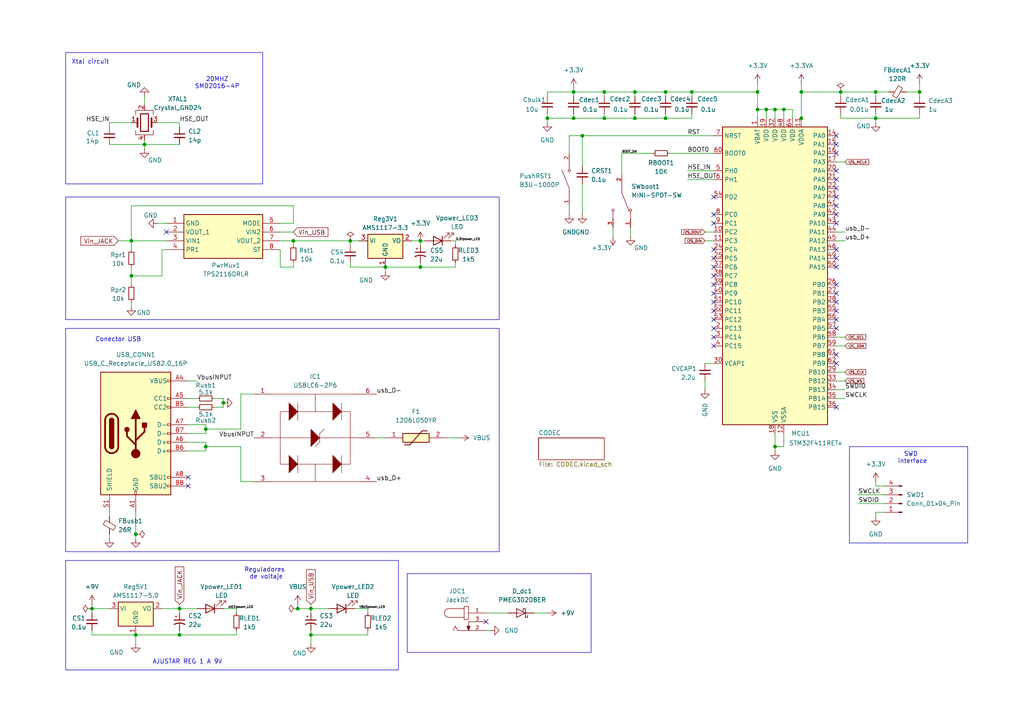
<source format=kicad_sch>
(kicad_sch (version 20231120) (generator "eeschema") (generator_version "8.0")
  (paper "A4")
  (junction (at 39.37 184.15))
  (junction (at 52.07 184.15))
  (junction (at 166.37 34.29))
  (junction (at 243.84 26.67))
  (junction (at 254 26.67))
  (junction (at 219.71 26.67))
  (junction (at 175.26 34.29))
  (junction (at 158.75 34.29))
  (junction (at 59.69 129.54))
  (junction (at 219.71 31.75))
  (junction (at 26.67 176.53))
  (junction (at 193.04 34.29))
  (junction (at 101.6 69.85))
  (junction (at 224.79 31.75))
  (junction (at 227.33 31.75))
  (junction (at 266.7 26.67))
  (junction (at 254 34.29))
  (junction (at 86.36 176.53))
  (junction (at 38.1 80.01))
  (junction (at 38.1 69.85))
  (junction (at 184.15 26.67))
  (junction (at 232.41 26.67))
  (junction (at 232.41 34.29))
  (junction (at 64.77 116.84))
  (junction (at 52.07 176.53))
  (junction (at 175.26 26.67))
  (junction (at 41.91 41.91))
  (junction (at 90.17 184.15))
  (junction (at 85.09 69.85))
  (junction (at 121.92 77.47))
  (junction (at 184.15 34.29))
  (junction (at 168.91 39.37))
  (junction (at 224.79 129.54))
  (junction (at 200.66 26.67))
  (junction (at 90.17 176.53))
  (junction (at 193.04 26.67))
  (junction (at 222.25 31.75))
  (junction (at 121.92 69.85))
  (junction (at 39.37 154.94))
  (junction (at 59.69 124.46))
  (junction (at 166.37 26.67))
  (junction (at 111.76 77.47))
  (no_connect (at 242.57 52.07))
  (no_connect (at 207.01 62.23))
  (no_connect (at 48.26 67.31))
  (no_connect (at 242.57 82.55))
  (no_connect (at 242.57 62.23))
  (no_connect (at 54.61 138.43))
  (no_connect (at 207.01 74.93))
  (no_connect (at 242.57 87.63))
  (no_connect (at 242.57 44.45))
  (no_connect (at 242.57 85.09))
  (no_connect (at 207.01 92.71))
  (no_connect (at 242.57 74.93))
  (no_connect (at 207.01 100.33))
  (no_connect (at 242.57 64.77))
  (no_connect (at 207.01 82.55))
  (no_connect (at 242.57 105.41))
  (no_connect (at 207.01 90.17))
  (no_connect (at 207.01 77.47))
  (no_connect (at 242.57 57.15))
  (no_connect (at 242.57 118.11))
  (no_connect (at 242.57 59.69))
  (no_connect (at 242.57 95.25))
  (no_connect (at 242.57 39.37))
  (no_connect (at 207.01 97.79))
  (no_connect (at 242.57 102.87))
  (no_connect (at 140.97 180.34))
  (no_connect (at 242.57 41.91))
  (no_connect (at 242.57 90.17))
  (no_connect (at 207.01 57.15))
  (no_connect (at 242.57 49.53))
  (no_connect (at 207.01 95.25))
  (no_connect (at 207.01 64.77))
  (no_connect (at 54.61 140.97))
  (no_connect (at 207.01 85.09))
  (no_connect (at 242.57 72.39))
  (no_connect (at 207.01 72.39))
  (no_connect (at 207.01 80.01))
  (no_connect (at 242.57 92.71))
  (no_connect (at 242.57 77.47))
  (no_connect (at 207.01 87.63))
  (no_connect (at 242.57 54.61))
  (wire (pts (xy 242.57 97.79) (xy 245.11 97.79)))
  (wire (pts (xy 26.67 176.53) (xy 31.75 176.53)))
  (wire (pts (xy 121.92 77.47) (xy 132.08 77.47)))
  (wire (pts (xy 200.66 26.67) (xy 200.66 27.94)))
  (wire (pts (xy 31.75 154.94) (xy 31.75 156.21)))
  (wire (pts (xy 69.85 139.7) (xy 73.66 139.7)))
  (wire (pts (xy 38.1 35.56) (xy 31.75 35.56)))
  (wire (pts (xy 41.91 40.64) (xy 41.91 41.91)))
  (wire (pts (xy 180.34 44.45) (xy 189.23 44.45)))
  (wire (pts (xy 39.37 186.69) (xy 39.37 184.15)))
  (wire (pts (xy 242.57 67.31) (xy 245.11 67.31)))
  (wire (pts (xy 39.37 148.59) (xy 39.37 154.94)))
  (wire (pts (xy 130.81 69.85) (xy 132.08 69.85)))
  (wire (pts (xy 204.47 67.31) (xy 207.01 67.31)))
  (wire (pts (xy 38.1 88.9) (xy 38.1 87.63)))
  (wire (pts (xy 254 26.67) (xy 254 27.94)))
  (wire (pts (xy 101.6 77.47) (xy 111.76 77.47)))
  (wire (pts (xy 140.97 177.8) (xy 147.32 177.8)))
  (wire (pts (xy 69.85 139.7) (xy 69.85 129.54)))
  (wire (pts (xy 85.09 69.85) (xy 81.28 69.85)))
  (wire (pts (xy 38.1 82.55) (xy 38.1 80.01)))
  (wire (pts (xy 48.26 72.39) (xy 46.99 72.39)))
  (wire (pts (xy 64.77 118.11) (xy 64.77 116.84)))
  (wire (pts (xy 256.54 140.97) (xy 254 140.97)))
  (wire (pts (xy 222.25 31.75) (xy 222.25 34.29)))
  (wire (pts (xy 243.84 34.29) (xy 243.84 33.02)))
  (wire (pts (xy 31.75 35.56) (xy 31.75 36.83)))
  (wire (pts (xy 41.91 41.91) (xy 52.07 41.91)))
  (wire (pts (xy 81.28 67.31) (xy 85.09 67.31)))
  (wire (pts (xy 104.14 69.85) (xy 101.6 69.85)))
  (wire (pts (xy 154.94 177.8) (xy 158.75 177.8)))
  (wire (pts (xy 54.61 115.57) (xy 57.15 115.57)))
  (wire (pts (xy 242.57 46.99) (xy 245.11 46.99)))
  (wire (pts (xy 59.69 124.46) (xy 69.85 124.46)))
  (wire (pts (xy 52.07 35.56) (xy 52.07 36.83)))
  (wire (pts (xy 106.68 184.15) (xy 90.17 184.15)))
  (wire (pts (xy 232.41 26.67) (xy 243.84 26.67)))
  (wire (pts (xy 158.75 26.67) (xy 158.75 27.94)))
  (wire (pts (xy 227.33 31.75) (xy 227.33 34.29)))
  (wire (pts (xy 41.91 41.91) (xy 41.91 43.18)))
  (wire (pts (xy 254 148.59) (xy 256.54 148.59)))
  (wire (pts (xy 204.47 105.41) (xy 207.01 105.41)))
  (wire (pts (xy 194.31 44.45) (xy 207.01 44.45)))
  (wire (pts (xy 101.6 76.2) (xy 101.6 77.47)))
  (wire (pts (xy 245.11 100.33) (xy 242.57 100.33)))
  (wire (pts (xy 59.69 129.54) (xy 59.69 130.81)))
  (wire (pts (xy 90.17 175.26) (xy 90.17 176.53)))
  (wire (pts (xy 54.61 130.81) (xy 59.69 130.81)))
  (wire (pts (xy 26.67 176.53) (xy 26.67 177.8)))
  (wire (pts (xy 85.09 71.12) (xy 85.09 69.85)))
  (wire (pts (xy 46.99 80.01) (xy 38.1 80.01)))
  (wire (pts (xy 111.76 78.74) (xy 111.76 77.47)))
  (wire (pts (xy 62.23 115.57) (xy 64.77 115.57)))
  (wire (pts (xy 204.47 69.85) (xy 207.01 69.85)))
  (wire (pts (xy 166.37 33.02) (xy 166.37 34.29)))
  (wire (pts (xy 219.71 31.75) (xy 219.71 34.29)))
  (wire (pts (xy 68.58 176.53) (xy 68.58 177.8)))
  (wire (pts (xy 39.37 154.94) (xy 39.37 156.21)))
  (wire (pts (xy 166.37 34.29) (xy 175.26 34.29)))
  (wire (pts (xy 81.28 77.47) (xy 85.09 77.47)))
  (wire (pts (xy 229.87 31.75) (xy 229.87 34.29)))
  (wire (pts (xy 52.07 176.53) (xy 52.07 177.8)))
  (wire (pts (xy 158.75 34.29) (xy 166.37 34.29)))
  (wire (pts (xy 59.69 123.19) (xy 54.61 123.19)))
  (wire (pts (xy 242.57 110.49) (xy 245.11 110.49)))
  (wire (pts (xy 222.25 31.75) (xy 224.79 31.75)))
  (wire (pts (xy 184.15 26.67) (xy 193.04 26.67)))
  (wire (pts (xy 254 35.56) (xy 254 34.29)))
  (wire (pts (xy 254 26.67) (xy 257.81 26.67)))
  (wire (pts (xy 232.41 35.56) (xy 232.41 34.29)))
  (wire (pts (xy 121.92 69.85) (xy 121.92 71.12)))
  (wire (pts (xy 184.15 33.02) (xy 184.15 34.29)))
  (wire (pts (xy 262.89 26.67) (xy 266.7 26.67)))
  (wire (pts (xy 81.28 72.39) (xy 81.28 77.47)))
  (wire (pts (xy 54.61 110.49) (xy 57.15 110.49)))
  (wire (pts (xy 121.92 77.47) (xy 111.76 77.47)))
  (wire (pts (xy 59.69 124.46) (xy 59.69 125.73)))
  (wire (pts (xy 175.26 26.67) (xy 175.26 27.94)))
  (wire (pts (xy 254 33.02) (xy 254 34.29)))
  (wire (pts (xy 119.38 69.85) (xy 121.92 69.85)))
  (wire (pts (xy 140.97 182.88) (xy 142.24 182.88)))
  (wire (pts (xy 106.68 182.88) (xy 106.68 184.15)))
  (wire (pts (xy 69.85 124.46) (xy 69.85 114.3)))
  (wire (pts (xy 254 140.97) (xy 254 139.7)))
  (wire (pts (xy 180.34 44.45) (xy 180.34 50.8)))
  (wire (pts (xy 242.57 107.95) (xy 245.11 107.95)))
  (wire (pts (xy 69.85 114.3) (xy 73.66 114.3)))
  (wire (pts (xy 109.22 127) (xy 111.76 127)))
  (wire (pts (xy 165.1 59.69) (xy 165.1 62.23)))
  (wire (pts (xy 158.75 26.67) (xy 166.37 26.67)))
  (wire (pts (xy 166.37 25.4) (xy 166.37 26.67)))
  (wire (pts (xy 90.17 186.69) (xy 90.17 184.15)))
  (wire (pts (xy 199.39 49.53) (xy 207.01 49.53)))
  (wire (pts (xy 52.07 176.53) (xy 57.15 176.53)))
  (wire (pts (xy 266.7 33.02) (xy 266.7 34.29)))
  (wire (pts (xy 39.37 184.15) (xy 52.07 184.15)))
  (wire (pts (xy 85.09 77.47) (xy 85.09 76.2)))
  (wire (pts (xy 106.68 176.53) (xy 106.68 177.8)))
  (wire (pts (xy 158.75 34.29) (xy 158.75 35.56)))
  (wire (pts (xy 168.91 39.37) (xy 207.01 39.37)))
  (wire (pts (xy 38.1 69.85) (xy 48.26 69.85)))
  (wire (pts (xy 90.17 176.53) (xy 95.25 176.53)))
  (wire (pts (xy 193.04 26.67) (xy 200.66 26.67)))
  (wire (pts (xy 26.67 175.26) (xy 26.67 176.53)))
  (wire (pts (xy 200.66 26.67) (xy 219.71 26.67)))
  (wire (pts (xy 193.04 34.29) (xy 200.66 34.29)))
  (wire (pts (xy 46.99 176.53) (xy 52.07 176.53)))
  (wire (pts (xy 38.1 69.85) (xy 38.1 72.39)))
  (wire (pts (xy 242.57 115.57) (xy 245.11 115.57)))
  (wire (pts (xy 158.75 33.02) (xy 158.75 34.29)))
  (wire (pts (xy 59.69 128.27) (xy 59.69 129.54)))
  (wire (pts (xy 227.33 31.75) (xy 229.87 31.75)))
  (wire (pts (xy 38.1 69.85) (xy 38.1 59.69)))
  (wire (pts (xy 165.1 39.37) (xy 168.91 39.37)))
  (wire (pts (xy 166.37 26.67) (xy 175.26 26.67)))
  (wire (pts (xy 175.26 26.67) (xy 184.15 26.67)))
  (wire (pts (xy 165.1 44.45) (xy 165.1 39.37)))
  (wire (pts (xy 31.75 41.91) (xy 41.91 41.91)))
  (wire (pts (xy 200.66 33.02) (xy 200.66 34.29)))
  (wire (pts (xy 248.92 146.05) (xy 256.54 146.05)))
  (wire (pts (xy 243.84 26.67) (xy 243.84 27.94)))
  (wire (pts (xy 227.33 129.54) (xy 224.79 129.54)))
  (wire (pts (xy 26.67 184.15) (xy 39.37 184.15)))
  (wire (pts (xy 121.92 69.85) (xy 123.19 69.85)))
  (wire (pts (xy 242.57 69.85) (xy 245.11 69.85)))
  (wire (pts (xy 86.36 176.53) (xy 90.17 176.53)))
  (wire (pts (xy 68.58 184.15) (xy 52.07 184.15)))
  (wire (pts (xy 184.15 34.29) (xy 193.04 34.29)))
  (wire (pts (xy 224.79 31.75) (xy 224.79 34.29)))
  (wire (pts (xy 52.07 175.26) (xy 52.07 176.53)))
  (wire (pts (xy 52.07 182.88) (xy 52.07 184.15)))
  (wire (pts (xy 31.75 148.59) (xy 31.75 149.86)))
  (wire (pts (xy 46.99 72.39) (xy 46.99 80.01)))
  (wire (pts (xy 224.79 130.81) (xy 224.79 129.54)))
  (wire (pts (xy 64.77 176.53) (xy 68.58 176.53)))
  (wire (pts (xy 242.57 113.03) (xy 245.11 113.03)))
  (wire (pts (xy 227.33 125.73) (xy 227.33 129.54)))
  (wire (pts (xy 85.09 69.85) (xy 101.6 69.85)))
  (wire (pts (xy 59.69 123.19) (xy 59.69 124.46)))
  (wire (pts (xy 248.92 143.51) (xy 256.54 143.51)))
  (wire (pts (xy 166.37 26.67) (xy 166.37 27.94)))
  (wire (pts (xy 182.88 66.04) (xy 182.88 68.58)))
  (wire (pts (xy 132.08 69.85) (xy 132.08 71.12)))
  (wire (pts (xy 68.58 182.88) (xy 68.58 184.15)))
  (wire (pts (xy 254 34.29) (xy 266.7 34.29)))
  (wire (pts (xy 34.29 69.85) (xy 38.1 69.85)))
  (wire (pts (xy 38.1 77.47) (xy 38.1 80.01)))
  (wire (pts (xy 45.72 35.56) (xy 52.07 35.56)))
  (wire (pts (xy 193.04 33.02) (xy 193.04 34.29)))
  (wire (pts (xy 129.54 127) (xy 133.35 127)))
  (wire (pts (xy 132.08 76.2) (xy 132.08 77.47)))
  (wire (pts (xy 254 149.86) (xy 254 148.59)))
  (wire (pts (xy 232.41 34.29) (xy 232.41 26.67)))
  (wire (pts (xy 168.91 53.34) (xy 168.91 62.23)))
  (wire (pts (xy 54.61 118.11) (xy 57.15 118.11)))
  (wire (pts (xy 204.47 113.03) (xy 204.47 110.49)))
  (wire (pts (xy 254 34.29) (xy 243.84 34.29)))
  (wire (pts (xy 219.71 31.75) (xy 222.25 31.75)))
  (wire (pts (xy 64.77 115.57) (xy 64.77 116.84)))
  (wire (pts (xy 199.39 52.07) (xy 207.01 52.07)))
  (wire (pts (xy 266.7 24.13) (xy 266.7 26.67)))
  (wire (pts (xy 243.84 26.67) (xy 254 26.67)))
  (wire (pts (xy 90.17 182.88) (xy 90.17 184.15)))
  (wire (pts (xy 26.67 182.88) (xy 26.67 184.15)))
  (wire (pts (xy 121.92 76.2) (xy 121.92 77.47)))
  (wire (pts (xy 193.04 26.67) (xy 193.04 27.94)))
  (wire (pts (xy 177.8 66.04) (xy 177.8 68.58)))
  (wire (pts (xy 101.6 69.85) (xy 101.6 71.12)))
  (wire (pts (xy 38.1 59.69) (xy 85.09 59.69)))
  (wire (pts (xy 175.26 34.29) (xy 184.15 34.29)))
  (wire (pts (xy 102.87 176.53) (xy 106.68 176.53)))
  (wire (pts (xy 69.85 129.54) (xy 59.69 129.54)))
  (wire (pts (xy 219.71 26.67) (xy 219.71 31.75)))
  (wire (pts (xy 54.61 125.73) (xy 59.69 125.73)))
  (wire (pts (xy 224.79 125.73) (xy 224.79 129.54)))
  (wire (pts (xy 62.23 118.11) (xy 64.77 118.11)))
  (wire (pts (xy 175.26 33.02) (xy 175.26 34.29)))
  (wire (pts (xy 86.36 175.26) (xy 86.36 176.53)))
  (wire (pts (xy 219.71 24.13) (xy 219.71 26.67)))
  (wire (pts (xy 41.91 27.94) (xy 41.91 30.48)))
  (wire (pts (xy 266.7 26.67) (xy 266.7 27.94)))
  (wire (pts (xy 45.72 64.77) (xy 48.26 64.77)))
  (wire (pts (xy 224.79 31.75) (xy 227.33 31.75)))
  (wire (pts (xy 85.09 59.69) (xy 85.09 64.77)))
  (wire (pts (xy 232.41 24.13) (xy 232.41 26.67)))
  (wire (pts (xy 54.61 128.27) (xy 59.69 128.27)))
  (wire (pts (xy 85.09 64.77) (xy 81.28 64.77)))
  (wire (pts (xy 90.17 176.53) (xy 90.17 177.8)))
  (wire (pts (xy 168.91 39.37) (xy 168.91 48.26)))
  (wire (pts (xy 184.15 26.67) (xy 184.15 27.94)))
  (rectangle (start 19.05 95.25) (end 144.78 160.02))
  (rectangle (start 19.05 57.15) (end 144.78 92.71))
  (rectangle (start 118.11 166.37) (end 171.45 189.23))
  (rectangle (start 19.05 162.56) (end 115.57 194.31))
  (rectangle (start 246.38 129.54) (end 280.67 157.48))
  (rectangle (start 19.05 15.24) (end 76.2 53.34))
  (text "Conector USB" (at 34.29 98.552 0) (effects (font (size 1.27 1.27))))
  (text "Xtal circuit\n" (at 26.162 18.034 0) (effects (font (size 1.27 1.27))))
  (text "Reguladores \nde voltaje" (at 77.216 166.37 0) (effects (font (size 1.27 1.27))))
  (text "SWD \ninterface" (at 264.668 132.842 0) (effects (font (size 1.27 1.27))))
  (text "AJUSTAR REG 1 A 9V" (at 54.356 192.024 0) (effects (font (size 1.27 1.27))))
  (text "20MHZ\nSMD2016-4P" (at 62.992 24.13 0) (effects (font (size 1.27 1.27))))
  (label "BOOT0" (at 199.39 44.45 0))
  (label "HSE_IN" (at 199.39 49.53 0))
  (label "SWCLK" (at 248.92 143.51 0))
  (label "RST" (at 199.39 39.37 0))
  (label "usb_D+" (at 245.11 69.85 0))
  (label "VbusINPUT" (at 73.66 127 180))
  (label "SWDIO" (at 245.11 113.03 0))
  (label "3.3Vpower_LED" (at 132.08 69.85 0) (effects (font (size 0.635 0.635))))
  (label "SWDIO" (at 248.92 146.05 0))
  (label "usb_D-" (at 245.11 67.31 0))
  (label "HSE_OUT" (at 199.39 52.07 0))
  (label "VBUSpower_LED" (at 104.14 176.53 0) (effects (font (size 0.635 0.635))))
  (label "usb_D+" (at 109.22 139.7 0))
  (label "HSE_IN" (at 31.75 35.56 180))
  (label "VbusINPUT" (at 57.15 110.49 0))
  (label "HSE_OUT" (at 52.07 35.56 0))
  (label "BOOT_SW" (at 180.34 44.45 0) (effects (font (size 0.635 0.635))))
  (label "usb_D-" (at 109.22 114.3 0))
  (label "SWCLK" (at 245.11 115.57 0))
  (label "JACKpower_LED" (at 66.04 176.53 0) (effects (font (size 0.635 0.635))))
  (global_label "Vin_USB" (shape input) (at 90.17 175.26 90) (property "Intersheetrefs" "${INTERSHEET_REFS}" (effects (hide yes))))
  (global_label "I2S_MCLK" (shape input) (at 245.11 46.99 0) (effects (font (size 0.762 0.762))) (property "Intersheetrefs" "${INTERSHEET_REFS}" (effects (hide yes))))
  (global_label "I2S_DIN" (shape input) (at 204.47 69.85 180) (effects (font (size 0.762 0.762))) (property "Intersheetrefs" "${INTERSHEET_REFS}" (effects (hide yes))))
  (global_label "Vin_USB" (shape input) (at 85.09 67.31 0) (property "Intersheetrefs" "${INTERSHEET_REFS}" (effects (hide yes))))
  (global_label "I2C_SCL" (shape input) (at 245.11 97.79 0) (effects (font (size 0.762 0.762))) (property "Intersheetrefs" "${INTERSHEET_REFS}" (effects (hide yes))))
  (global_label "I2S_DOUT" (shape input) (at 204.47 67.31 180) (effects (font (size 0.762 0.762))) (property "Intersheetrefs" "${INTERSHEET_REFS}" (effects (hide yes))))
  (global_label "Vin_JACK" (shape input) (at 52.07 175.26 90) (property "Intersheetrefs" "${INTERSHEET_REFS}" (effects (hide yes))))
  (global_label "I2S_CLK" (shape input) (at 245.11 107.95 0) (effects (font (size 0.762 0.762))) (property "Intersheetrefs" "${INTERSHEET_REFS}" (effects (hide yes))))
  (global_label "I2C_SDA" (shape input) (at 245.11 100.33 0) (effects (font (size 0.762 0.762))) (property "Intersheetrefs" "${INTERSHEET_REFS}" (effects (hide yes))))
  (global_label "Vin_JACK" (shape input) (at 34.29 69.85 180) (property "Intersheetrefs" "${INTERSHEET_REFS}" (effects (hide yes))))
  (global_label "I2S_WS" (shape input) (at 245.11 110.49 0) (effects (font (size 0.762 0.762))) (property "Intersheetrefs" "${INTERSHEET_REFS}" (effects (hide yes))))
  (symbol (lib_id "power:GND") (at 165.1 62.23 0) (unit 1)
    (property "Reference" "#PWR016" (effects (hide yes)))
    (property "Value" "GND" (at 165.1 67.31 0))
    (property "Description" "Power symbol creates a global label with name \"GND\" , ground" (effects (hide yes)))
  )
  (symbol (lib_id "power:VBUS") (at 86.36 175.26 0) (unit 1)
    (property "Reference" "#PWR010" (effects (hide yes)))
    (property "Value" "VBUS" (at 86.36 170.18 0))
    (property "Description" "Power symbol creates a global label with name \"VBUS\"" (effects (hide yes)))
  )
  (symbol (lib_id "Device:FerriteBead_Small") (at 31.75 152.4 0) (unit 1)
    (property "Reference" "FBusb1" (at 34.29 151.0918 0) (effects (justify left)))
    (property "Value" "26R" (at 34.29 153.67 0) (effects (justify left)))
    (property "Footprint" "Inductor_SMD:L_0603_1608Metric_Pad1.05x0.95mm_HandSolder" (effects (hide yes)))
    (property "Description" "Ferrite bead, small symbol" (effects (hide yes)))
  )
  (symbol (lib_id "Device:R_Small") (at 68.58 180.34 180) (unit 1)
    (property "Reference" "RLED1" (at 72.39 179.324 0))
    (property "Value" "1k5" (at 72.39 181.864 0))
    (property "Footprint" "Resistor_SMD:R_1206_3216Metric_Pad1.30x1.75mm_HandSolder" (effects (hide yes)))
    (property "Description" "Resistor, small symbol" (effects (hide yes)))
  )
  (symbol (lib_id "Device:C_Small") (at 193.04 30.48 0) (unit 1)
    (property "Reference" "Cdec4" (at 194.31 28.702 0) (effects (justify left)))
    (property "Value" "0.1u" (at 195.58 31.7562 0) (effects (justify left)))
    (property "Footprint" "Capacitor_SMD:C_0402_1005Metric_Pad0.74x0.62mm_HandSolder" (effects (hide yes)))
    (property "Description" "Unpolarized capacitor, small symbol" (effects (hide yes)))
  )
  (symbol (lib_id "Device:R_Small") (at 132.08 73.66 180) (unit 1)
    (property "Reference" "RLED3" (at 135.89 72.644 0))
    (property "Value" "1k5" (at 135.89 75.184 0))
    (property "Footprint" "Resistor_SMD:R_1206_3216Metric_Pad1.30x1.75mm_HandSolder" (effects (hide yes)))
    (property "Description" "Resistor, small symbol" (effects (hide yes)))
  )
  (symbol (lib_id "power:+3.3V") (at 166.37 25.4 0) (unit 1)
    (property "Reference" "#PWR017" (effects (hide yes)))
    (property "Value" "+3.3V" (at 166.37 20.32 0))
    (property "Description" "Power symbol creates a global label with name \"+3.3V\"" (effects (hide yes)))
  )
  (symbol (lib_id "Device:FerriteBead_Small") (at 260.35 26.67 90) (unit 1)
    (property "Reference" "FBdecA1" (at 260.3119 20.32 90))
    (property "Value" "120R" (at 260.3119 22.86 90))
    (property "Footprint" "Inductor_SMD:L_0603_1608Metric_Pad1.05x0.95mm_HandSolder" (effects (hide yes)))
    (property "Description" "Ferrite bead, small symbol" (effects (hide yes)))
  )
  (symbol (lib_id "Device:C_Small") (at 204.47 107.95 180) (unit 1)
    (property "Reference" "CVCAP1" (at 198.374 106.934 0))
    (property "Value" "2.2u" (at 199.644 109.474 0))
    (property "Footprint" "Capacitor_SMD:C_1206_3216Metric_Pad1.33x1.80mm_HandSolder" (effects (hide yes)))
    (property "Description" "Unpolarized capacitor, small symbol" (effects (hide yes)))
  )
  (symbol (lib_id "Device:LED") (at 99.06 176.53 180) (unit 1)
    (property "Reference" "Vpower_LED2" (at 102.362 170.18 0))
    (property "Value" "LED" (at 102.362 172.72 0))
    (property "Footprint" "LED_SMD:LED_1206_3216Metric_Pad1.42x1.75mm_HandSolder" (effects (hide yes)))
    (property "Description" "Light emitting diode" (effects (hide yes)))
  )
  (symbol (lib_id "Device:C_Small") (at 166.37 30.48 0) (unit 1)
    (property "Reference" "Cdec1" (at 167.894 28.956 0) (effects (justify left)))
    (property "Value" "0.1u" (at 168.91 31.7562 0) (effects (justify left)))
    (property "Footprint" "Capacitor_SMD:C_0402_1005Metric_Pad0.74x0.62mm_HandSolder" (effects (hide yes)))
    (property "Description" "Unpolarized capacitor, small symbol" (effects (hide yes)))
  )
  (symbol (lib_id "Device:R_Small") (at 38.1 74.93 0) (mirror x) (unit 1)
    (property "Reference" "Rpr1" (at 34.29 73.914 0))
    (property "Value" "10k" (at 34.29 76.454 0))
    (property "Footprint" "Resistor_SMD:R_1206_3216Metric_Pad1.30x1.75mm_HandSolder" (effects (hide yes)))
    (property "Description" "Resistor, small symbol" (effects (hide yes)))
  )
  (symbol (lib_id "Regulator_Linear:AMS1117-3.3") (at 111.76 69.85 0) (unit 1)
    (property "Reference" "Reg3V1" (at 111.76 63.5 0))
    (property "Value" "AMS1117-3.3" (at 111.76 66.04 0))
    (property "Footprint" "Package_TO_SOT_SMD:SOT-223-3_TabPin2" (effects (hide yes)))
    (property "Datasheet" "http://www.advanced-monolithic.com/pdf/ds1117.pdf" (effects (hide yes)))
    (property "Description" "1A Low Dropout regulator, positive, 3.3V fixed output, SOT-223" (effects (hide yes)))
  )
  (symbol (lib_id "power:GND") (at 254 149.86 0) (unit 1)
    (property "Reference" "#PWR027" (effects (hide yes)))
    (property "Value" "GND" (at 254 154.94 0))
    (property "Description" "Power symbol creates a global label with name \"GND\" , ground" (effects (hide yes)))
  )
  (symbol (lib_id "TPS2116DRLR:TPS2116DRLR") (at 48.26 64.77 0) (unit 1)
    (property "Reference" "PwrMux1" (at 65.532 76.962 0))
    (property "Value" "TPS2116DRLR" (at 65.532 79.502 0))
    (property "Footprint" "TPS2116:SOTFL50P160X60-8N" (effects (hide yes)))
    (property "Datasheet" "https://www.ti.com/lit/gpn/tps2116" (effects (hide yes)))
    (property "Description" "d" (effects (hide yes)))
    (property "Height" "0.6" (effects (hide yes)))
    (property "Mouser Part Number" "595-TPS2116DRLR" (effects (hide yes)))
    (property "Mouser Price/Stock" "https://www.mouser.co.uk/ProductDetail/Texas-Instruments/TPS2116DRLR?qs=aP1CjGhiNiGo3XAyXcVPaQ%3D%3D" (effects (hide yes)))
    (property "Manufacturer_Name" "Texas Instruments" (effects (hide yes)))
    (property "Manufacturer_Part_Number" "TPS2116DRLR" (effects (hide yes)))
  )
  (symbol (lib_id "power:GND") (at 39.37 186.69 0) (unit 1)
    (property "Reference" "#PWR05" (effects (hide yes)))
    (property "Value" "GND" (at 33.782 189.23 0))
    (property "Description" "Power symbol creates a global label with name \"GND\" , ground" (effects (hide yes)))
  )
  (symbol (lib_id "power:GND") (at 45.72 64.77 270) (unit 1)
    (property "Reference" "#PWR08" (effects (hide yes)))
    (property "Value" "GND" (at 43.688 62.484 90))
    (property "Description" "Power symbol creates a global label with name \"GND\" , ground" (effects (hide yes)))
  )
  (symbol (lib_id "USBLC6-2P6:USBLC6-2P6") (at 66.04 134.62 0) (unit 1)
    (property "Reference" "IC1" (at 91.44 109.22 0))
    (property "Value" "USBLC6-2P6" (at 91.44 111.76 0))
    (property "Footprint" "STM32_TVS_USB:USBLC62P6" (effects (hide yes)))
    (property "Datasheet" "https://datasheet.lcsc.com/szlcsc/STMicroelectronics-USBLC6-2P6_C15999.pdf" (effects (hide yes)))
    (property "Description" "ESD Suppressors / TVS Diodes High Speed Interface Protection Low Cap" (effects (hide yes)))
    (property "Height" "0.6" (effects (hide yes)))
    (property "Mouser Part Number" "511-USBLC6-2P6" (effects (hide yes)))
    (property "Mouser Price/Stock" "https://www.mouser.co.uk/ProductDetail/STMicroelectronics/USBLC6-2P6?qs=6ARB0lp6jlViGcbUSvj1Mw%3D%3D" (effects (hide yes)))
    (property "Manufacturer_Name" "STMicroelectronics" (effects (hide yes)))
    (property "Manufacturer_Part_Number" "USBLC6-2P6" (effects (hide yes)))
  )
  (symbol (lib_id "power:GND") (at 41.91 43.18 0) (unit 1)
    (property "Reference" "#PWR07" (effects (hide yes)))
    (property "Value" "GND" (at 44.958 46.482 0))
    (property "Description" "Power symbol creates a global label with name \"GND\" , ground" (effects (hide yes)))
  )
  (symbol (lib_id "Device:LED") (at 127 69.85 180) (unit 1)
    (property "Reference" "Vpower_LED3" (at 132.588 63.246 0))
    (property "Value" "LED" (at 132.588 65.786 0))
    (property "Footprint" "LED_SMD:LED_1206_3216Metric_Pad1.42x1.75mm_HandSolder" (effects (hide yes)))
    (property "Description" "Light emitting diode" (effects (hide yes)))
  )
  (symbol (lib_id "Device:C_Small") (at 184.15 30.48 0) (unit 1)
    (property "Reference" "Cdec3" (at 185.928 28.702 0) (effects (justify left)))
    (property "Value" "0.1u" (at 186.69 31.7562 0) (effects (justify left)))
    (property "Footprint" "Capacitor_SMD:C_0402_1005Metric_Pad0.74x0.62mm_HandSolder" (effects (hide yes)))
    (property "Description" "Unpolarized capacitor, small symbol" (effects (hide yes)))
  )
  (symbol (lib_id "Device:R_Small") (at 59.69 115.57 90) (unit 1)
    (property "Reference" "Rusb1" (at 59.69 111.76 90))
    (property "Value" "5.1k" (at 59.69 113.792 90))
    (property "Footprint" "Resistor_SMD:R_1206_3216Metric_Pad1.30x1.75mm_HandSolder" (effects (hide yes)))
    (property "Description" "Resistor, small symbol" (effects (hide yes)))
  )
  (symbol (lib_id "Device:C_Polarized_Small_US") (at 90.17 180.34 0) (unit 1)
    (property "Reference" "CS3" (at 92.71 178.6381 0) (effects (justify left)))
    (property "Value" "22u" (at 92.71 181.1781 0) (effects (justify left)))
    (property "Footprint" "Capacitor_SMD:CP_Elec_6.3x5.4" (effects (hide yes)))
    (property "Description" "Polarized capacitor, small US symbol" (effects (hide yes)))
  )
  (symbol (lib_id "Device:C_Small") (at 101.6 73.66 0) (unit 1)
    (property "Reference" "CS4" (at 97.79 73.152 0))
    (property "Value" "0.1u" (at 97.79 75.692 0))
    (property "Footprint" "Capacitor_SMD:C_1206_3216Metric_Pad1.33x1.80mm_HandSolder" (effects (hide yes)))
    (property "Description" "Unpolarized capacitor, small symbol" (effects (hide yes)))
  )
  (symbol (lib_id "DCJ200-10-A-XX-K_REVA:DCJ200-10-A-XX-K_REVA") (at 135.89 180.34 0) (unit 1)
    (property "Reference" "JDC1" (at 132.6543 171.45 0))
    (property "Value" "JackDC" (at 132.6543 173.99 0))
    (property "Footprint" "DCJ200-10-A-XX-K_REVA:GCT_DCJ200-10-A-XX-K_REVA" (effects (hide yes)))
    (property "MF" "Global Connector Technology" (effects (hide yes)))
    (property "MAXIMUM_PACKAGE_HEIGHT" "11 mm" (effects (hide yes)))
    (property "Package" "None" (effects (hide yes)))
    (property "Price" "None" (effects (hide yes)))
    (property "Check_prices" "https://www.snapeda.com/parts/DCJ200-10-A-K1-K/Global+Connector+Technology/view-part/?ref=eda" (effects (hide yes)))
    (property "STANDARD" "Manufacturer Recommendations" (effects (hide yes)))
    (property "PARTREV" "A" (effects (hide yes)))
    (property "SnapEDA_Link" "https://www.snapeda.com/parts/DCJ200-10-A-K1-K/Global+Connector+Technology/view-part/?ref=snap" (effects (hide yes)))
    (property "MP" "DCJ200-10-A-K1-K" (effects (hide yes)))
    (property "Purchase-URL" "https://www.snapeda.com/api/url_track_click_mouser/?unipart_id=641259&manufacturer=Global Connector Technology&part_name=DCJ200-10-A-K1-K&search_term=None" (effects (hide yes)))
    (property "Description_1" "\nPower Barrel Connector Jack 2.05mm ID (0.081), 5.50mm OD (0.217) Through Hole, Right Angle\n" (effects (hide yes)))
    (property "MANUFACTURER" "Global Connector Technology" (effects (hide yes)))
    (property "Availability" "In Stock" (effects (hide yes)))
    (property "SNAPEDA_PN" "DCJ200-10-A-K1-K" (effects (hide yes)))
  )
  (symbol (lib_id "Device:LED") (at 60.96 176.53 180) (unit 1)
    (property "Reference" "Vpower_LED1" (at 64.262 170.18 0))
    (property "Value" "LED" (at 64.262 172.72 0))
    (property "Footprint" "LED_SMD:LED_1206_3216Metric_Pad1.42x1.75mm_HandSolder" (effects (hide yes)))
    (property "Description" "Light emitting diode" (effects (hide yes)))
  )
  (symbol (lib_id "Device:R_Small") (at 38.1 85.09 0) (mirror x) (unit 1)
    (property "Reference" "Rpr2" (at 34.29 84.074 0))
    (property "Value" "10k" (at 34.29 86.614 0))
    (property "Footprint" "Resistor_SMD:R_1206_3216Metric_Pad1.30x1.75mm_HandSolder" (effects (hide yes)))
    (property "Description" "Resistor, small symbol" (effects (hide yes)))
  )
  (symbol (lib_id "power:+3.3VA") (at 232.41 24.13 0) (unit 1)
    (property "Reference" "#PWR024" (effects (hide yes)))
    (property "Value" "+3.3VA" (at 232.41 19.05 0))
    (property "Description" "Power symbol creates a global label with name \"+3.3VA\"" (effects (hide yes)))
  )
  (symbol (lib_id "power:GND") (at 38.1 88.9 0) (unit 1)
    (property "Reference" "#PWR03" (effects (hide yes)))
    (property "Value" "GND" (at 41.656 90.678 0))
    (property "Description" "Power symbol creates a global label with name \"GND\" , ground" (effects (hide yes)))
  )
  (symbol (lib_id "Device:C_Small") (at 200.66 30.48 0) (unit 1)
    (property "Reference" "Cdec5" (at 202.184 28.702 0) (effects (justify left)))
    (property "Value" "0.1u" (at 203.2 31.7562 0) (effects (justify left)))
    (property "Footprint" "Capacitor_SMD:C_0402_1005Metric_Pad0.74x0.62mm_HandSolder" (effects (hide yes)))
    (property "Description" "Unpolarized capacitor, small symbol" (effects (hide yes)))
  )
  (symbol (lib_id "power:GND") (at 168.91 62.23 0) (unit 1)
    (property "Reference" "#PWR018" (effects (hide yes)))
    (property "Value" "GND" (at 168.91 67.31 0))
    (property "Description" "Power symbol creates a global label with name \"GND\" , ground" (effects (hide yes)))
  )
  (symbol (lib_id "power:PWR_FLAG") (at 101.6 69.85 0) (unit 1)
    (property "Reference" "#FLG04" (effects (hide yes)))
    (property "Value" "PWR_FLAG" (effects (hide yes)))
    (property "Description" "Special symbol for telling ERC where power comes from" (effects (hide yes)))
  )
  (symbol (lib_id "power:GND") (at 41.91 27.94 180) (unit 1)
    (property "Reference" "#PWR06" (effects (hide yes)))
    (property "Value" "GND" (at 38.862 24.638 0))
    (property "Description" "Power symbol creates a global label with name \"GND\" , ground" (effects (hide yes)))
  )
  (symbol (lib_id "Device:C_Small") (at 266.7 30.48 0) (unit 1)
    (property "Reference" "CdecA3" (at 269.24 29.2162 0) (effects (justify left)))
    (property "Value" "1u" (at 269.24 31.7562 0) (effects (justify left)))
    (property "Footprint" "Capacitor_SMD:C_0402_1005Metric_Pad0.74x0.62mm_HandSolder" (effects (hide yes)))
    (property "Description" "Unpolarized capacitor, small symbol" (effects (hide yes)))
  )
  (symbol (lib_id "power:GND") (at 111.76 78.74 0) (unit 1)
    (property "Reference" "#PWR012" (effects (hide yes)))
    (property "Value" "GND" (at 106.172 81.28 0))
    (property "Description" "Power symbol creates a global label with name \"GND\" , ground" (effects (hide yes)))
  )
  (symbol (lib_id "power:PWR_FLAG") (at 26.67 176.53 90) (unit 1)
    (property "Reference" "#FLG01" (effects (hide yes)))
    (property "Value" "PWR_FLAG" (effects (hide yes)))
    (property "Description" "Special symbol for telling ERC where power comes from" (effects (hide yes)))
  )
  (symbol (lib_id "power:+9V") (at 158.75 177.8 270) (unit 1)
    (property "Reference" "#PWR045" (effects (hide yes)))
    (property "Value" "+9V" (at 162.56 177.7999 90) (effects (justify left)))
    (property "Description" "Power symbol creates a global label with name \"+9V\"" (effects (hide yes)))
  )
  (symbol (lib_id "power:GND") (at 39.37 156.21 0) (unit 1)
    (property "Reference" "#PWR04" (effects (hide yes)))
    (property "Value" "GND" (effects (hide yes)))
    (property "Description" "Power symbol creates a global label with name \"GND\" , ground" (effects (hide yes)))
  )
  (symbol (lib_id "power:GND") (at 204.47 113.03 0) (unit 1)
    (property "Reference" "#PWR021" (effects (hide yes)))
    (property "Value" "GND" (at 204.4699 116.84 90) (effects (justify right)))
    (property "Description" "Power symbol creates a global label with name \"GND\" , ground" (effects (hide yes)))
  )
  (symbol (lib_id "power:+3.3V") (at 254 139.7 0) (unit 1)
    (property "Reference" "#PWR026" (effects (hide yes)))
    (property "Value" "+3.3V" (at 254 134.62 0))
    (property "Description" "Power symbol creates a global label with name \"+3.3V\"" (effects (hide yes)))
  )
  (symbol (lib_id "power:VBUS") (at 133.35 127 270) (unit 1)
    (property "Reference" "#PWR014" (effects (hide yes)))
    (property "Value" "VBUS" (at 137.16 126.9999 90) (effects (justify left)))
    (property "Description" "Power symbol creates a global label with name \"VBUS\"" (effects (hide yes)))
  )
  (symbol (lib_id "power:GND") (at 64.77 116.84 90) (unit 1)
    (property "Reference" "#PWR09" (effects (hide yes)))
    (property "Value" "GND" (effects (hide yes)))
    (property "Description" "Power symbol creates a global label with name \"GND\" , ground" (effects (hide yes)))
  )
  (symbol (lib_id "MINI-SPDT-SW:MINI-SPDT-SW") (at 180.34 58.42 270) (unit 1)
    (property "Reference" "SWboot1" (at 183.134 54.102 90) (effects (justify left)))
    (property "Value" "MINI-SPDT-SW" (at 183.134 56.642 90) (effects (justify left)))
    (property "Footprint" "MINI-SPDT:SW_MINI-SPDT-SW" (effects (hide yes)))
    (property "MF" "Gravitech" (effects (hide yes)))
    (property "Description_1" "\nSlide Switches MINI SPDT SWITCH\n" (effects (hide yes)))
    (property "Package" "None" (effects (hide yes)))
    (property "Price" "None" (effects (hide yes)))
    (property "Check_prices" "https://www.snapeda.com/parts/MINI-SPDT-SW/Gravitech/view-part/?ref=eda" (effects (hide yes)))
    (property "STANDARD" "Manufacturer Recommendations" (effects (hide yes)))
    (property "PARTREV" "C" (effects (hide yes)))
    (property "SnapEDA_Link" "https://www.snapeda.com/parts/MINI-SPDT-SW/Gravitech/view-part/?ref=snap" (effects (hide yes)))
    (property "MP" "MINI-SPDT-SW" (effects (hide yes)))
    (property "Availability" "In Stock" (effects (hide yes)))
    (property "MANUFACTURER" "GRAVITECH" (effects (hide yes)))
  )
  (symbol (lib_id "Device:C_Small") (at 158.75 30.48 0) (unit 1)
    (property "Reference" "Cbulk1" (at 151.638 28.956 0) (effects (justify left)))
    (property "Value" "10u" (at 152.4 31.7562 0) (effects (justify left)))
    (property "Footprint" "Capacitor_SMD:C_0805_2012Metric_Pad1.18x1.45mm_HandSolder" (effects (hide yes)))
    (property "Description" "Unpolarized capacitor, small symbol" (effects (hide yes)))
  )
  (symbol (lib_id "Device:R_Small") (at 59.69 118.11 90) (unit 1)
    (property "Reference" "Rusb2" (at 59.69 121.92 90))
    (property "Value" "5.1k" (at 59.69 120.142 90))
    (property "Footprint" "Resistor_SMD:R_1206_3216Metric_Pad1.30x1.75mm_HandSolder" (effects (hide yes)))
    (property "Description" "Resistor, small symbol" (effects (hide yes)))
  )
  (symbol (lib_id "Connector:Conn_01x04_Pin") (at 261.62 146.05 180) (unit 1)
    (property "Reference" "SWD1" (at 262.89 143.5099 0) (effects (justify right)))
    (property "Value" "Conn_01x04_Pin" (at 262.89 146.0499 0) (effects (justify right)))
    (property "Footprint" "Connector_PinHeader_1.00mm:PinHeader_1x04_P1.00mm_Vertical" (effects (hide yes)))
    (property "Description" "Generic connector, single row, 01x04, script generated" (effects (hide yes)))
  )
  (symbol (lib_id "Device:C_Polarized_Small_US") (at 52.07 180.34 0) (unit 1)
    (property "Reference" "CS2" (at 54.61 178.6381 0) (effects (justify left)))
    (property "Value" "22u" (at 54.61 181.1781 0) (effects (justify left)))
    (property "Footprint" "Capacitor_SMD:CP_Elec_6.3x5.4" (effects (hide yes)))
    (property "Description" "Polarized capacitor, small US symbol" (effects (hide yes)))
  )
  (symbol (lib_id "Device:R_Small") (at 85.09 73.66 180) (unit 1)
    (property "Reference" "Rst1" (at 88.9 72.644 0))
    (property "Value" "10k" (at 88.9 75.184 0))
    (property "Footprint" "Resistor_SMD:R_1206_3216Metric_Pad1.30x1.75mm_HandSolder" (effects (hide yes)))
    (property "Description" "Resistor, small symbol" (effects (hide yes)))
  )
  (symbol (lib_id "Diode:PMEG3020BER") (at 151.13 177.8 180) (unit 1)
    (property "Reference" "D_dc1" (at 151.4475 171.45 0))
    (property "Value" "PMEG3020BER" (at 151.4475 173.99 0))
    (property "Footprint" "Diode_SMD:Nexperia_CFP3_SOD-123W" (effects (hide yes)))
    (property "Datasheet" "https://assets.nexperia.com/documents/data-sheet/PMEG3020BER.pdf" (effects (hide yes)))
    (property "Description" "30V, 2A low Vf MEGA Schottky barrier rectifier, SOD-123W" (effects (hide yes)))
  )
  (symbol (lib_id "Device:R_Small") (at 106.68 180.34 180) (unit 1)
    (property "Reference" "RLED2" (at 110.49 179.324 0))
    (property "Value" "1k5" (at 110.49 181.864 0))
    (property "Footprint" "Resistor_SMD:R_1206_3216Metric_Pad1.30x1.75mm_HandSolder" (effects (hide yes)))
    (property "Description" "Resistor, small symbol" (effects (hide yes)))
  )
  (symbol (lib_id "power:+3.3V") (at 121.92 69.85 0) (unit 1)
    (property "Reference" "#PWR013" (effects (hide yes)))
    (property "Value" "+3.3V" (at 121.92 64.77 0))
    (property "Description" "Power symbol creates a global label with name \"+3.3V\"" (effects (hide yes)))
  )
  (symbol (lib_id "1206L050YR:1206L050YR") (at 111.76 127 0) (unit 1)
    (property "Reference" "F1" (at 120.65 119.38 0))
    (property "Value" "1206L050YR" (at 120.65 121.92 0))
    (property "Footprint" "1206L 500ma:1206L05015YR" (effects (hide yes)))
    (property "Datasheet" "https://m.littelfuse.com/~/media/electronics/datasheets/resettable_ptcs/littelfuse_ptc_1206l_datasheet.pdf.pdf" (effects (hide yes)))
    (property "Description" "Resettable POLYFUSE 100A 6V Littelfuse 0.5A Surface Mount Resettable Fuse, 6 V dc" (effects (hide yes)))
    (property "Height" "0.75" (effects (hide yes)))
    (property "Mouser Part Number" "576-1206L050YR" (effects (hide yes)))
    (property "Mouser Price/Stock" "https://www.mouser.co.uk/ProductDetail/Littelfuse/1206L050YR?qs=PWhpLWeW8wckT8hV5jLiAA%3D%3D" (effects (hide yes)))
    (property "Manufacturer_Name" "LITTELFUSE" (effects (hide yes)))
    (property "Manufacturer_Part_Number" "1206L050YR" (effects (hide yes)))
  )
  (symbol (lib_id "Regulator_Linear:AMS1117-5.0") (at 39.37 176.53 0) (unit 1)
    (property "Reference" "Reg5V1" (at 39.37 170.18 0))
    (property "Value" "AMS1117-5.0" (at 39.37 172.72 0))
    (property "Footprint" "Package_TO_SOT_SMD:SOT-223-3_TabPin2" (effects (hide yes)))
    (property "Datasheet" "http://www.advanced-monolithic.com/pdf/ds1117.pdf" (effects (hide yes)))
    (property "Description" "1A Low Dropout regulator, positive, 5.0V fixed output, SOT-223" (effects (hide yes)))
  )
  (symbol (lib_id "power:+3.3V") (at 266.7 24.13 0) (unit 1)
    (property "Reference" "#PWR028" (effects (hide yes)))
    (property "Value" "+3.3V" (at 266.7 19.05 0))
    (property "Description" "Power symbol creates a global label with name \"+3.3V\"" (effects (hide yes)))
  )
  (symbol (lib_id "Device:C_Small") (at 168.91 50.8 0) (unit 1)
    (property "Reference" "CRST1" (at 171.45 49.5362 0) (effects (justify left)))
    (property "Value" "0.1u" (at 171.45 52.0762 0) (effects (justify left)))
    (property "Footprint" "Capacitor_SMD:C_0402_1005Metric_Pad0.74x0.62mm_HandSolder" (effects (hide yes)))
    (property "Description" "Unpolarized capacitor, small symbol" (effects (hide yes)))
  )
  (symbol (lib_id "MCU_ST_STM32F4:STM32F411RETx") (at 224.79 80.01 0) (unit 1)
    (property "Reference" "MCU1" (at 229.5241 125.73 0) (effects (justify left)))
    (property "Value" "STM32F411RETx" (at 228.854 128.524 0) (effects (justify left)))
    (property "Footprint" "Package_QFP:LQFP-64_10x10mm_P0.5mm" (effects (hide yes)))
    (property "Datasheet" "https://www.st.com/resource/en/datasheet/stm32f411re.pdf" (effects (hide yes)))
    (property "Description" "STMicroelectronics Arm Cortex-M4 MCU, 512KB flash, 128KB RAM, 100 MHz, 1.7-3.6V, 50 GPIO, LQFP64" (effects (hide yes)))
  )
  (symbol (lib_id "power:GND") (at 31.75 156.21 0) (unit 1)
    (property "Reference" "#PWR02" (effects (hide yes)))
    (property "Value" "GND" (effects (hide yes)))
    (property "Description" "Power symbol creates a global label with name \"GND\" , ground" (effects (hide yes)))
  )
  (symbol (lib_id "Device:C_Small") (at 175.26 30.48 0) (unit 1)
    (property "Reference" "Cdec2" (at 176.784 28.702 0) (effects (justify left)))
    (property "Value" "0.1u" (at 177.8 31.7562 0) (effects (justify left)))
    (property "Footprint" "Capacitor_SMD:C_0402_1005Metric_Pad0.74x0.62mm_HandSolder" (effects (hide yes)))
    (property "Description" "Unpolarized capacitor, small symbol" (effects (hide yes)))
  )
  (symbol (lib_id "power:GND") (at 254 35.56 0) (unit 1)
    (property "Reference" "#PWR025" (effects (hide yes)))
    (property "Value" "GND" (at 250.444 36.576 0))
    (property "Description" "Power symbol creates a global label with name \"GND\" , ground" (effects (hide yes)))
  )
  (symbol (lib_id "power:GND") (at 182.88 68.58 0) (unit 1)
    (property "Reference" "#PWR020" (effects (hide yes)))
    (property "Value" "GND" (at 185.928 71.882 0))
    (property "Description" "Power symbol creates a global label with name \"GND\" , ground" (effects (hide yes)))
  )
  (symbol (lib_id "Device:C_Small") (at 26.67 180.34 0) (unit 1)
    (property "Reference" "CS1" (at 22.86 179.324 0))
    (property "Value" "0.1u" (at 22.86 181.864 0))
    (property "Footprint" "Capacitor_SMD:C_1206_3216Metric_Pad1.33x1.80mm_HandSolder" (effects (hide yes)))
    (property "Description" "Unpolarized capacitor, small symbol" (effects (hide yes)))
  )
  (symbol (lib_id "Device:R_Small") (at 191.77 44.45 90) (unit 1)
    (property "Reference" "RBOOT1" (at 191.77 47.244 90))
    (property "Value" "10K" (at 191.77 49.784 90))
    (property "Footprint" "Resistor_SMD:R_1206_3216Metric_Pad1.30x1.75mm_HandSolder" (effects (hide yes)))
    (property "Description" "Resistor, small symbol" (effects (hide yes)))
  )
  (symbol (lib_id "Device:Crystal_GND24") (at 41.91 35.56 0) (unit 1)
    (property "Reference" "XTAL1" (at 51.562 28.702 0))
    (property "Value" "Crystal_GND24" (at 51.562 31.242 0))
    (property "Footprint" "Crystal:Crystal_SMD_2016-4Pin_2.0x1.6mm" (effects (hide yes)))
    (property "Description" "Four pin crystal, GND on pins 2 and 4" (effects (hide yes)))
  )
  (symbol (lib_id "power:PWR_FLAG") (at 39.37 154.94 270) (unit 1)
    (property "Reference" "#FLG02" (effects (hide yes)))
    (property "Value" "PWR_FLAG" (effects (hide yes)))
    (property "Description" "Special symbol for telling ERC where power comes from" (effects (hide yes)))
  )
  (symbol (lib_id "Device:C_Polarized_Small_US") (at 121.92 73.66 0) (unit 1)
    (property "Reference" "CS5" (at 124.714 72.644 0) (effects (justify left)))
    (property "Value" "22u" (at 124.714 75.184 0) (effects (justify left)))
    (property "Footprint" "Capacitor_SMD:CP_Elec_6.3x5.4" (effects (hide yes)))
    (property "Description" "Polarized capacitor, small US symbol" (effects (hide yes)))
  )
  (symbol (lib_id "power:GND") (at 90.17 186.69 0) (unit 1)
    (property "Reference" "#PWR011" (effects (hide yes)))
    (property "Value" "GND" (at 86.868 189.484 0))
    (property "Description" "Power symbol creates a global label with name \"GND\" , ground" (effects (hide yes)))
  )
  (symbol (lib_id "power:GND") (at 142.24 182.88 90) (unit 1)
    (property "Reference" "#PWR046" (effects (hide yes)))
    (property "Value" "GND" (at 148.336 182.88 90))
    (property "Description" "Power symbol creates a global label with name \"GND\" , ground" (effects (hide yes)))
  )
  (symbol (lib_id "Device:C_Small") (at 31.75 39.37 0) (unit 1)
    (property "Reference" "CL1" (at 25.146 38.608 0) (effects (justify left)))
    (property "Value" "14p" (at 24.892 40.894 0) (effects (justify left)))
    (property "Footprint" "Capacitor_SMD:C_0402_1005Metric_Pad0.74x0.62mm_HandSolder" (effects (hide yes)))
    (property "Description" "Unpolarized capacitor, small symbol" (effects (hide yes)))
  )
  (symbol (lib_id "Device:C_Small") (at 254 30.48 0) (unit 1)
    (property "Reference" "CdecA2" (at 255.524 29.21 0) (effects (justify left)))
    (property "Value" "1u" (at 256.54 31.7562 0) (effects (justify left)))
    (property "Footprint" "Capacitor_SMD:C_0402_1005Metric_Pad0.74x0.62mm_HandSolder" (effects (hide yes)))
    (property "Description" "Unpolarized capacitor, small symbol" (effects (hide yes)))
  )
  (symbol (lib_id "power:GND") (at 158.75 35.56 0) (unit 1)
    (property "Reference" "#PWR015" (effects (hide yes)))
    (property "Value" "GND" (at 158.75 40.64 0))
    (property "Description" "Power symbol creates a global label with name \"GND\" , ground" (effects (hide yes)))
  )
  (symbol (lib_id "power:+3.3V") (at 177.8 68.58 180) (unit 1)
    (property "Reference" "#PWR019" (effects (hide yes)))
    (property "Value" "+3.3V" (at 174.498 71.882 0))
    (property "Description" "Power symbol creates a global label with name \"+3.3V\"" (effects (hide yes)))
  )
  (symbol (lib_id "Device:C_Small") (at 52.07 39.37 0) (unit 1)
    (property "Reference" "CL2" (at 54.61 38.1062 0) (effects (justify left)))
    (property "Value" "14p" (at 54.61 40.6462 0) (effects (justify left)))
    (property "Footprint" "Capacitor_SMD:C_0402_1005Metric_Pad0.74x0.62mm_HandSolder" (effects (hide yes)))
    (property "Description" "Unpolarized capacitor, small symbol" (effects (hide yes)))
  )
  (symbol (lib_id "power:+9V") (at 26.67 175.26 0) (unit 1)
    (property "Reference" "#PWR01" (effects (hide yes)))
    (property "Value" "+9V" (at 26.67 170.18 0))
    (property "Description" "Power symbol creates a global label with name \"+9V\"" (effects (hide yes)))
  )
  (symbol (lib_id "power:+3.3V") (at 219.71 24.13 0) (unit 1)
    (property "Reference" "#PWR022" (effects (hide yes)))
    (property "Value" "+3.3V" (at 219.71 19.05 0))
    (property "Description" "Power symbol creates a global label with name \"+3.3V\"" (effects (hide yes)))
  )
  (symbol (lib_id "Device:C_Small") (at 243.84 30.48 0) (unit 1)
    (property "Reference" "CdecA1" (at 245.11 28.956 0) (effects (justify left)))
    (property "Value" "0.01u" (at 246.38 31.7562 0) (effects (justify left)))
    (property "Footprint" "Capacitor_SMD:C_0402_1005Metric_Pad0.74x0.62mm_HandSolder" (effects (hide yes)))
    (property "Description" "Unpolarized capacitor, small symbol" (effects (hide yes)))
  )
  (symbol (lib_id "power:GND") (at 224.79 130.81 0) (unit 1)
    (property "Reference" "#PWR023" (effects (hide yes)))
    (property "Value" "GND" (at 224.79 135.89 0))
    (property "Description" "Power symbol creates a global label with name \"GND\" , ground" (effects (hide yes)))
  )
  (symbol (lib_id "Connector:USB_C_Receptacle_USB2.0_16P") (at 39.37 125.73 0) (unit 1)
    (property "Reference" "USB_CONN1" (at 39.37 102.87 0))
    (property "Value" "USB_C_Receptacle_USB2.0_16P" (at 39.37 105.41 0))
    (property "Footprint" "Connector_USB:USB_C_Receptacle_GCT_USB4105-xx-A_16P_TopMnt_Horizontal" (effects (hide yes)))
    (property "Datasheet" "https://www.usb.org/sites/default/files/documents/usb_type-c.zip" (effects (hide yes)))
    (property "Description" "USB 2.0-only 16P Type-C Receptacle connector" (effects (hide yes)))
  )
  (symbol (lib_id "B3U-1000P:B3U-1000P") (at 165.1 52.07 90) (unit 1)
    (property "Reference" "PushRST1" (at 150.622 51.054 90) (effects (justify right)))
    (property "Value" "B3U-1000P" (at 150.622 53.594 90) (effects (justify right)))
    (property "Footprint" "Button_Switch_SMD:SW_SPST_B3U-1000P" (effects (hide yes)))
    (property "MF" "Omron" (effects (hide yes)))
    (property "DESCRIPTION" "Tactile Switch SPST-NO Top Actuated Surface Mount" (effects (hide yes)))
    (property "PACKAGE" "None" (effects (hide yes)))
    (property "PRICE" "None" (effects (hide yes)))
    (property "Package" "Custom Package Omron" (effects (hide yes)))
    (property "Check_prices" "https://www.snapeda.com/parts/B3U-1000P/Omron+Electronics+Inc-EMC+Div/view-part/?ref=eda" (effects (hide yes)))
    (property "Price" "None" (effects (hide yes)))
    (property "SnapEDA_Link" "https://www.snapeda.com/parts/B3U-1000P/Omron+Electronics+Inc-EMC+Div/view-part/?ref=snap" (effects (hide yes)))
    (property "MP" "B3U-1000P" (effects (hide yes)))
    (property "Purchase-URL" "https://www.snapeda.com/api/url_track_click_mouser/?unipart_id=104326&manufacturer=Omron&part_name=B3U-1000P&search_term=tactile switch spst" (effects (hide yes)))
    (property "Availability" "In Stock" (effects (hide yes)))
    (property "AVAILABILITY" "Unavailable" (effects (hide yes)))
    (property "Description_1" "\nSWITCH;TACTILE,TOP ACTUATED,TACTILE & JOG SWITCHES W/O BOSS W/O GROUND | Omron Electronic Components B3U-1000P\n" (effects (hide yes)))
  )
  (symbol (lib_id "power:PWR_FLAG") (at 243.84 26.67 0) (unit 1)
    (property "Reference" "#FLG05" (effects (hide yes)))
    (property "Value" "PWR_FLAG" (effects (hide yes)))
    (property "Description" "Special symbol for telling ERC where power comes from" (effects (hide yes)))
  )
  (symbol (lib_id "power:PWR_FLAG") (at 86.36 176.53 90) (unit 1)
    (property "Reference" "#FLG03" (effects (hide yes)))
    (property "Value" "PWR_FLAG" (effects (hide yes)))
    (property "Description" "Special symbol for telling ERC where power comes from" (effects (hide yes)))
  )
  (sheet (at 156.21 127) (size 19.05 6.35) (stroke (width 0.1524))
    (property "Sheetname" "CODEC" (at 156.21 126.2884 0) (effects (justify left bottom)))
    (property "Sheetfile" "CODEC.kicad_sch" (at 156.21 133.9346 0) (effects (justify left top)))
  )
)
</source>
